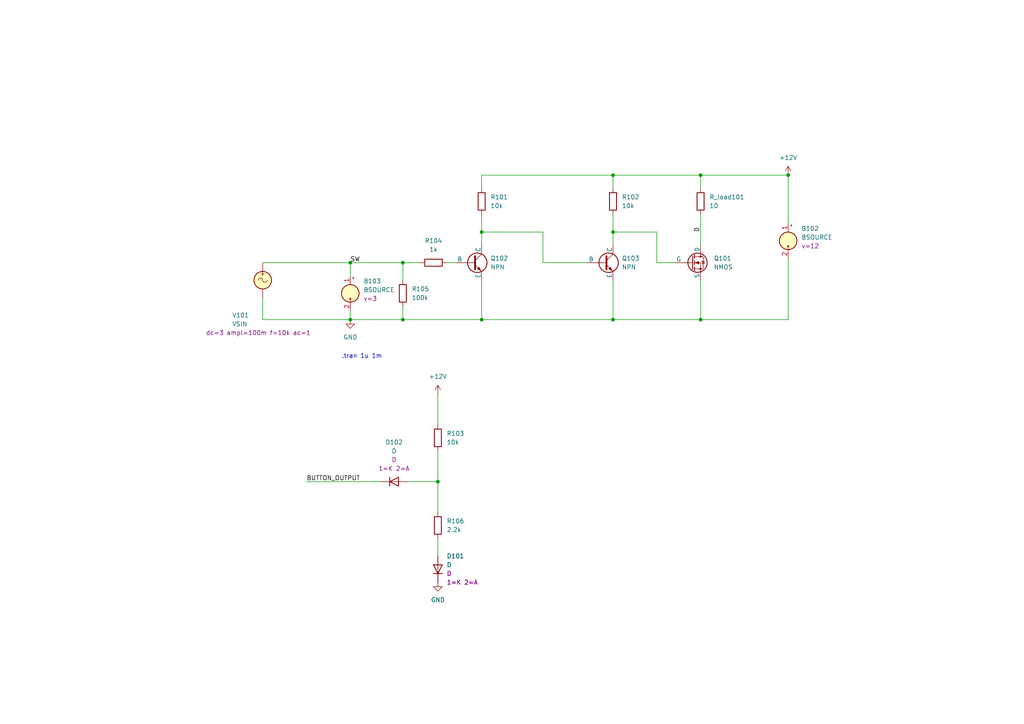
<source format=kicad_sch>
(kicad_sch (version 20230121) (generator eeschema)
  (paper "A4")
  (lib_symbols
    (symbol "Device:R" (pin_numbers hide) (pin_names (offset 0))
      (property "Reference" "R" (at 2.032 0 90))
      (property "Value" "R" (at 0 0 90))
      (symbol "R_0_1"
        (rectangle (start -1.016 -2.54) (end 1.016 2.54) (stroke (width 0.254)))
      )
      (symbol "R_1_1"
        (pin passive line (at 0 3.81 270) (length 1.27) (name "~") (number "1"))
        (pin passive line (at 0 -3.81 90) (length 1.27) (name "~") (number "2"))
      )
    )
    (symbol "Simulation_SPICE:BSOURCE" (pin_names (offset 1.016) hide)
      (property "Reference" "B" (at 2.54 2.54 0))
      (property "Value" "BSOURCE" (at 2.54 0 0))
      (property "Sim.Params" "v=1" (at 2.54 -2.54 0))
      (symbol "BSOURCE_0_1"
        (polyline (pts (xy 0 -1.27) (xy 0 -2.286)))
        (polyline (pts (xy 0.254 -1.778) (xy 0 -1.27) (xy -0.254 -1.778)))
        (circle (center 0 0) (radius 2.54) (stroke (width 0.254)) (fill (type background)))
      )
      (symbol "BSOURCE_1_1"
        (polyline (pts (xy 0.635 4.445) (xy 1.143 4.445)))
        (polyline (pts (xy 0.889 4.699) (xy 0.889 4.191)))
        (pin passive line (at 0 5.08 270) (length 2.54) (name "N+") (number "1"))
        (pin passive line (at 0 -5.08 90) (length 2.54) (name "N-") (number "2"))
      )
    )
    (symbol "Simulation_SPICE:D" (pin_numbers hide) (pin_names (offset 1.016) hide)
      (property "Reference" "D" (at 0 2.54 0))
      (property "Value" "D" (at 0 -2.54 0))
      (property "Sim.Device" "D" (at 0 0 0))
      (property "Sim.Pins" "1=K 2=A" (at 0 0 0))
      (symbol "D_0_1"
        (polyline (pts (xy -1.27 1.27) (xy -1.27 -1.27)) (stroke (width 0.254)))
        (polyline (pts (xy 1.27 0) (xy -1.27 0)))
        (polyline (pts (xy 1.27 1.27) (xy 1.27 -1.27) (xy -1.27 0) (xy 1.27 1.27)) (stroke (width 0.254)))
      )
      (symbol "D_1_1"
        (pin passive line (at -3.81 0 0) (length 2.54) (name "K") (number "1"))
        (pin passive line (at 3.81 0 180) (length 2.54) (name "A") (number "2"))
      )
    )
    (symbol "Simulation_SPICE:NMOS" (pin_numbers hide) (pin_names (offset 0))
      (property "Reference" "Q" (at 5.08 1.27 0))
      (property "Value" "NMOS" (at 5.08 -1.27 0))
      (symbol "NMOS_0_1"
        (polyline (pts (xy 0.254 0) (xy -2.54 0)))
        (polyline (pts (xy 0.254 1.905) (xy 0.254 -1.905)) (stroke (width 0.254)))
        (polyline (pts (xy 0.762 -1.27) (xy 0.762 -2.286)) (stroke (width 0.254)))
        (polyline (pts (xy 0.762 0.508) (xy 0.762 -0.508)) (stroke (width 0.254)))
        (polyline (pts (xy 0.762 2.286) (xy 0.762 1.27)) (stroke (width 0.254)))
        (polyline (pts (xy 2.54 2.54) (xy 2.54 1.778)))
        (polyline (pts (xy 2.54 -2.54) (xy 2.54 0) (xy 0.762 0)))
        (polyline (pts (xy 0.762 -1.778) (xy 3.302 -1.778) (xy 3.302 1.778) (xy 0.762 1.778)))
        (polyline (pts (xy 1.016 0) (xy 2.032 0.381) (xy 2.032 -0.381) (xy 1.016 0)) (fill (type outline)))
        (polyline (pts (xy 2.794 0.508) (xy 2.921 0.381) (xy 3.683 0.381) (xy 3.81 0.254)))
        (polyline (pts (xy 3.302 0.381) (xy 2.921 -0.254) (xy 3.683 -0.254) (xy 3.302 0.381)))
        (circle (center 1.651 0) (radius 2.794) (stroke (width 0.254)))
        (circle (center 2.54 -1.778) (radius 0.254) (fill (type outline)))
        (circle (center 2.54 1.778) (radius 0.254) (fill (type outline)))
      )
      (symbol "NMOS_1_1"
        (pin passive line (at 2.54 5.08 270) (length 2.54) (name "D") (number "1"))
        (pin input line (at -5.08 0 0) (length 2.54) (name "G") (number "2"))
        (pin passive line (at 2.54 -5.08 90) (length 2.54) (name "S") (number "3"))
      )
    )
    (symbol "Simulation_SPICE:NPN" (pin_numbers hide) (pin_names (offset 0))
      (property "Reference" "Q" (at -2.54 7.62 0))
      (property "Value" "NPN" (at -2.54 5.08 0))
      (symbol "NPN_0_1"
        (polyline (pts (xy -2.54 0) (xy 0.635 0)) (stroke (width 0.1524)))
        (polyline (pts (xy 0.635 0.635) (xy 2.54 2.54)))
        (polyline (pts (xy 2.794 -1.27) (xy 2.794 -1.27)) (stroke (width 0.1524)))
        (polyline (pts (xy 2.794 -1.27) (xy 2.794 -1.27)) (stroke (width 0.1524)))
        (polyline (pts (xy 0.635 -0.635) (xy 2.54 -2.54) (xy 2.54 -2.54)))
        (polyline (pts (xy 0.635 1.905) (xy 0.635 -1.905) (xy 0.635 -1.905)) (stroke (width 0.508)))
        (polyline (pts (xy 1.27 -1.778) (xy 1.778 -1.27) (xy 2.286 -2.286) (xy 1.27 -1.778) (xy 1.27 -1.778)) (fill (type outline)))
        (circle (center 1.27 0) (radius 2.8194) (stroke (width 0.254)))
      )
      (symbol "NPN_1_1"
        (pin open_collector line (at 2.54 5.08 270) (length 2.54) (name "C") (number "1"))
        (pin input line (at -5.08 0 0) (length 2.54) (name "B") (number "2"))
        (pin open_emitter line (at 2.54 -5.08 90) (length 2.54) (name "E") (number "3"))
      )
    )
    (symbol "Simulation_SPICE:VSIN" (pin_numbers hide) (pin_names (offset 0.0254))
      (property "Reference" "V" (at 2.54 2.54 0))
      (property "Value" "VSIN" (at 2.54 0 0))
      (property "Sim.Params" "dc=0 ampl=1 f=1k ac=1" (at 2.54 -2.54 0))
      (symbol "VSIN_0_0"
        (arc (start 0 0) (mid -0.635 0.6323) (end -1.27 0))
        (arc (start 0 0) (mid 0.635 -0.6323) (end 1.27 0))
        (text "+" (at 0 1.905 0) (effects (font (size 1.27 1.27))))
      )
      (symbol "VSIN_0_1"
        (circle (center 0 0) (radius 2.54) (stroke (width 0.254)) (fill (type background)))
      )
      (symbol "VSIN_1_1"
        (pin passive line (at 0 5.08 270) (length 2.54) (name "~") (number "1"))
        (pin passive line (at 0 -5.08 90) (length 2.54) (name "~") (number "2"))
      )
    )
    (symbol "power:+12V" (power) (pin_names (offset 0))
      (property "Value" "+12V" (at 0 3.556 0))
      (symbol "+12V_0_1"
        (polyline (pts (xy -0.762 1.27) (xy 0 2.54)))
        (polyline (pts (xy 0 0) (xy 0 2.54)))
        (polyline (pts (xy 0 2.54) (xy 0.762 1.27)))
      )
      (symbol "+12V_1_1"
        (pin power_in line (at 0 0 90) (length 0) hide (name "+12V") (number "1"))
      )
    )
    (symbol "power:GND" (power) (pin_names (offset 0))
      (property "Value" "GND" (at 0 -3.81 0))
      (symbol "GND_0_1"
        (polyline (pts (xy 0 0) (xy 0 -1.27) (xy 1.27 -1.27) (xy 0 -2.54) (xy -1.27 -1.27) (xy 0 -1.27)))
      )
      (symbol "GND_1_1"
        (pin power_in line (at 0 0 270) (length 0) hide (name "GND") (number "1"))
      )
    )
  )
  (junction (at 203.2 50.8))
  (junction (at 177.8 67.31))
  (junction (at 139.7 92.71))
  (junction (at 116.84 92.71))
  (junction (at 228.6 50.8))
  (junction (at 139.7 67.31))
  (junction (at 177.8 92.71))
  (junction (at 101.6 92.71))
  (junction (at 127 139.7))
  (junction (at 101.6 76.2))
  (junction (at 177.8 50.8))
  (junction (at 116.84 76.2))
  (junction (at 203.2 92.71))
  (wire (pts (xy 203.2 62.23) (xy 203.2 71.12)))
  (wire (pts (xy 118.11 139.7) (xy 127 139.7)))
  (wire (pts (xy 116.84 76.2) (xy 116.84 81.28)))
  (wire (pts (xy 88.9 139.7) (xy 110.49 139.7)))
  (wire (pts (xy 228.6 50.8) (xy 203.2 50.8)))
  (wire (pts (xy 101.6 76.2) (xy 101.6 80.01)))
  (wire (pts (xy 139.7 50.8) (xy 177.8 50.8)))
  (wire (pts (xy 76.2 76.2) (xy 101.6 76.2)))
  (wire (pts (xy 101.6 92.71) (xy 76.2 92.71)))
  (wire (pts (xy 177.8 67.31) (xy 190.5 67.31)))
  (wire (pts (xy 177.8 62.23) (xy 177.8 67.31)))
  (wire (pts (xy 177.8 50.8) (xy 177.8 54.61)))
  (wire (pts (xy 228.6 92.71) (xy 203.2 92.71)))
  (wire (pts (xy 139.7 81.28) (xy 139.7 92.71)))
  (wire (pts (xy 139.7 54.61) (xy 139.7 50.8)))
  (wire (pts (xy 101.6 76.2) (xy 116.84 76.2)))
  (wire (pts (xy 203.2 81.28) (xy 203.2 92.71)))
  (wire (pts (xy 203.2 92.71) (xy 177.8 92.71)))
  (wire (pts (xy 190.5 67.31) (xy 190.5 76.2)))
  (wire (pts (xy 177.8 92.71) (xy 177.8 81.28)))
  (wire (pts (xy 177.8 50.8) (xy 203.2 50.8)))
  (wire (pts (xy 101.6 90.17) (xy 101.6 92.71)))
  (wire (pts (xy 101.6 92.71) (xy 116.84 92.71)))
  (wire (pts (xy 170.18 76.2) (xy 157.48 76.2)))
  (wire (pts (xy 129.54 76.2) (xy 132.08 76.2)))
  (wire (pts (xy 139.7 92.71) (xy 177.8 92.71)))
  (wire (pts (xy 190.5 76.2) (xy 195.58 76.2)))
  (wire (pts (xy 203.2 50.8) (xy 203.2 54.61)))
  (wire (pts (xy 139.7 67.31) (xy 139.7 71.12)))
  (wire (pts (xy 76.2 92.71) (xy 76.2 86.36)))
  (wire (pts (xy 116.84 92.71) (xy 139.7 92.71)))
  (wire (pts (xy 127 139.7) (xy 127 148.59)))
  (wire (pts (xy 116.84 76.2) (xy 121.92 76.2)))
  (wire (pts (xy 157.48 76.2) (xy 157.48 67.31)))
  (wire (pts (xy 116.84 88.9) (xy 116.84 92.71)))
  (wire (pts (xy 127 156.21) (xy 127 161.29)))
  (wire (pts (xy 228.6 74.93) (xy 228.6 92.71)))
  (wire (pts (xy 177.8 67.31) (xy 177.8 71.12)))
  (wire (pts (xy 139.7 62.23) (xy 139.7 67.31)))
  (wire (pts (xy 228.6 64.77) (xy 228.6 50.8)))
  (wire (pts (xy 127 114.3) (xy 127 123.19)))
  (wire (pts (xy 157.48 67.31) (xy 139.7 67.31)))
  (wire (pts (xy 127 130.81) (xy 127 139.7)))
  (text ".tran 1u 1m" (at 99.06 104.14 0) (effects (font (size 1.27 1.27)) (justify left bottom)))
  (label "SW" (at 101.6 76.2 0))
  (label "D" (at 203.2 67.31 90))
  (label "BUTTON_OUTPUT" (at 88.9 139.7 0))
  (symbol (lib_id "power:+12V") (at 228.6 50.8 0) (unit 1)
    (property "Reference" "#PWR0102" (effects hide))
    (property "Value" "+12V" (at 228.6 45.72 0))
  )
  (symbol (lib_id "power:+12V") (at 127 114.3 0) (unit 1)
    (property "Reference" "#PWR0104" (effects hide))
    (property "Value" "+12V" (at 127 109.22 0))
  )
  (symbol (lib_id "Simulation_SPICE:BSOURCE") (at 228.6 69.85 0) (unit 1)
    (property "Reference" "B102" (at 232.41 66.294 0) (effects (justify left)))
    (property "Value" "BSOURCE" (at 232.41 68.834 0) (effects (justify left)))
    (property "Datasheet" "https://ngspice.sourceforge.io/docs.html" (effects hide))
    (property "Sim.Device" "V" (effects hide))
    (property "Sim.Type" "=" (effects hide))
    (property "Sim.Pins" "1=+ 2=-" (effects hide))
    (property "Sim.Params" "v=12" (at 232.41 71.374 0) (effects (justify left)))
  )
  (symbol (lib_id "Device:R") (at 139.7 58.42 180) (unit 1)
    (property "Reference" "R101" (at 142.24 57.15 0) (effects (justify right)))
    (property "Value" "10k" (at 142.24 59.69 0) (effects (justify right)))
  )
  (symbol (lib_id "power:GND") (at 127 168.91 0) (unit 1)
    (property "Reference" "#PWR0103" (effects hide))
    (property "Value" "GND" (at 127 173.99 0))
  )
  (symbol (lib_id "Device:R") (at 127 152.4 180) (unit 1)
    (property "Reference" "R106" (at 129.54 151.13 0) (effects (justify right)))
    (property "Value" "2.2k" (at 129.54 153.67 0) (effects (justify right)))
  )
  (symbol (lib_id "Simulation_SPICE:NMOS") (at 200.66 76.2 0) (unit 1)
    (property "Reference" "Q101" (at 207.01 74.93 0) (effects (justify left)))
    (property "Value" "NMOS" (at 207.01 77.47 0) (effects (justify left)))
    (property "Datasheet" "https://ngspice.sourceforge.io/docs/ngspice-manual.pdf" (effects hide))
    (property "Sim.Device" "NMOS" (effects hide))
    (property "Sim.Type" "VDMOS" (effects hide))
    (property "Sim.Pins" "1=D 2=G 3=S" (effects hide))
  )
  (symbol (lib_id "Device:R") (at 203.2 58.42 180) (unit 1)
    (property "Reference" "R_load101" (at 205.74 57.15 0) (effects (justify right)))
    (property "Value" "10" (at 205.74 59.69 0) (effects (justify right)))
  )
  (symbol (lib_id "Simulation_SPICE:D") (at 127 165.1 90) (unit 1)
    (property "Reference" "D101" (at 129.54 161.29 90) (effects (justify right)))
    (property "Value" "D" (at 129.54 163.83 90) (effects (justify right)))
    (property "Sim.Device" "D" (at 129.54 166.37 90) (effects (justify right)))
    (property "Sim.Pins" "1=K 2=A" (at 129.54 168.91 90) (effects (justify right)))
  )
  (symbol (lib_id "Simulation_SPICE:NPN") (at 137.16 76.2 0) (unit 1)
    (property "Reference" "Q102" (at 142.24 74.93 0) (effects (justify left)))
    (property "Value" "NPN" (at 142.24 77.47 0) (effects (justify left)))
    (property "Sim.Device" "NPN" (effects hide))
    (property "Sim.Type" "GUMMELPOON" (effects hide))
    (property "Sim.Pins" "1=C 2=B 3=E" (effects hide))
  )
  (symbol (lib_id "Simulation_SPICE:VSIN") (at 76.2 81.28 0) (unit 1)
    (property "Reference" "V101" (at 67.31 91.44 0) (effects (justify left)))
    (property "Value" "VSIN" (at 67.31 93.98 0) (effects (justify left)))
    (property "Sim.Pins" "1=+ 2=-" (effects hide))
    (property "Sim.Params" "dc=3 ampl=100m f=10k ac=1" (at 59.69 96.52 0) (effects (justify left)))
    (property "Sim.Type" "SIN" (effects hide))
    (property "Sim.Device" "V" (effects hide))
  )
  (symbol (lib_id "Device:R") (at 177.8 58.42 180) (unit 1)
    (property "Reference" "R102" (at 180.34 57.15 0) (effects (justify right)))
    (property "Value" "10k" (at 180.34 59.69 0) (effects (justify right)))
  )
  (symbol (lib_id "Simulation_SPICE:NPN") (at 175.26 76.2 0) (unit 1)
    (property "Reference" "Q103" (at 180.34 74.93 0) (effects (justify left)))
    (property "Value" "NPN" (at 180.34 77.47 0) (effects (justify left)))
    (property "Sim.Device" "NPN" (effects hide))
    (property "Sim.Type" "GUMMELPOON" (effects hide))
    (property "Sim.Pins" "1=C 2=B 3=E" (effects hide))
  )
  (symbol (lib_id "Device:R") (at 125.73 76.2 90) (unit 1)
    (property "Reference" "R104" (at 125.73 69.85 90))
    (property "Value" "1k" (at 125.73 72.39 90))
  )
  (symbol (lib_id "power:GND") (at 101.6 92.71 0) (unit 1)
    (property "Reference" "#PWR0101" (effects hide))
    (property "Value" "GND" (at 101.6 97.79 0))
  )
  (symbol (lib_id "Simulation_SPICE:BSOURCE") (at 101.6 85.09 0) (unit 1)
    (property "Reference" "B103" (at 105.41 81.534 0) (effects (justify left)))
    (property "Value" "BSOURCE" (at 105.41 84.074 0) (effects (justify left)))
    (property "Datasheet" "https://ngspice.sourceforge.io/docs.html" (effects hide))
    (property "Sim.Device" "V" (effects hide))
    (property "Sim.Type" "=" (effects hide))
    (property "Sim.Pins" "1=+ 2=-" (effects hide))
    (property "Sim.Params" "v=3" (at 105.41 86.614 0) (effects (justify left)))
    (property "Sim.Enable" "0" (effects hide))
  )
  (symbol (lib_id "Device:R") (at 116.84 85.09 180) (unit 1)
    (property "Reference" "R105" (at 119.38 83.82 0) (effects (justify right)))
    (property "Value" "100k" (at 119.38 86.36 0) (effects (justify right)))
  )
  (symbol (lib_id "Simulation_SPICE:D") (at 114.3 139.7 0) (unit 1)
    (property "Reference" "D102" (at 114.3 128.27 0))
    (property "Value" "D" (at 114.3 130.81 0))
    (property "Sim.Device" "D" (at 114.3 133.35 0))
    (property "Sim.Pins" "1=K 2=A" (at 114.3 135.89 0))
  )
  (symbol (lib_id "Device:R") (at 127 127 180) (unit 1)
    (property "Reference" "R103" (at 129.54 125.73 0) (effects (justify right)))
    (property "Value" "10k" (at 129.54 128.27 0) (effects (justify right)))
  )
)
</source>
